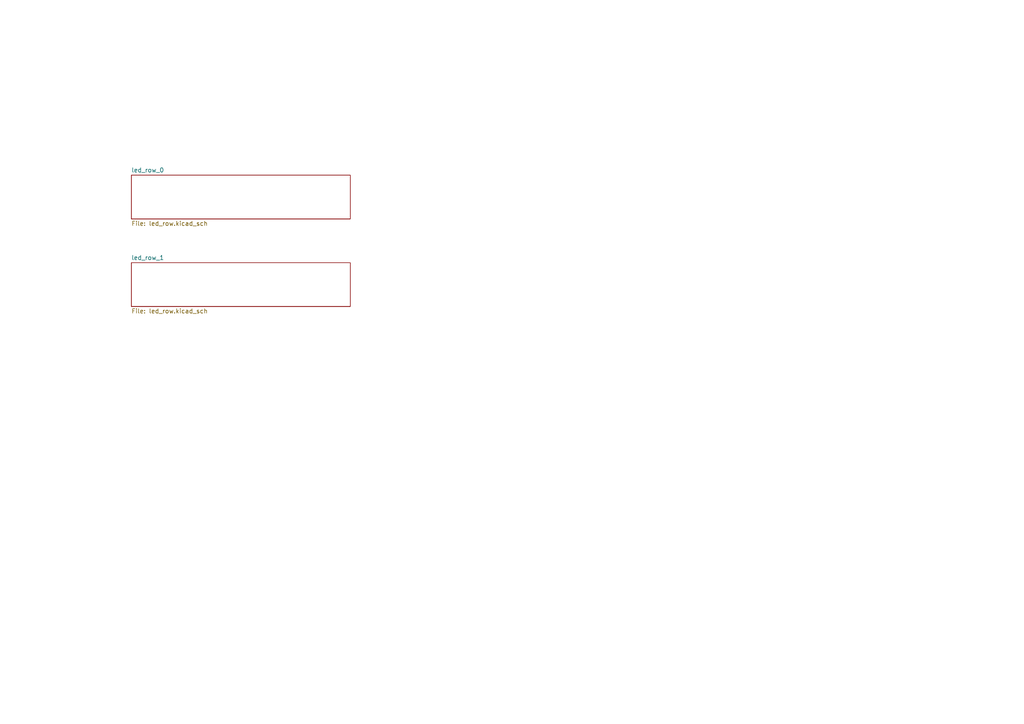
<source format=kicad_sch>
(kicad_sch (version 20211123) (generator eeschema)
  (paper "A4")
  (lib_symbols)
  (sheet (at 38.1 76.2) (size 63.5 12.7) (stroke (width 0.1524))
    (property "Sheet name" "led_row_1" (at 38.1 75.4884 0) (effects (justify left bottom)))
    (property "Sheet file" "led_row.kicad_sch" (at 38.1 89.4846 0) (effects (justify left top)))
  )
  (sheet (at 38.1 50.8) (size 63.5 12.7) (stroke (width 0.1524))
    (property "Sheet name" "led_row_0" (at 38.1 50.0884 0) (effects (justify left bottom)))
    (property "Sheet file" "led_row.kicad_sch" (at 38.1 64.0846 0) (effects (justify left top)))
  )
)
</source>
